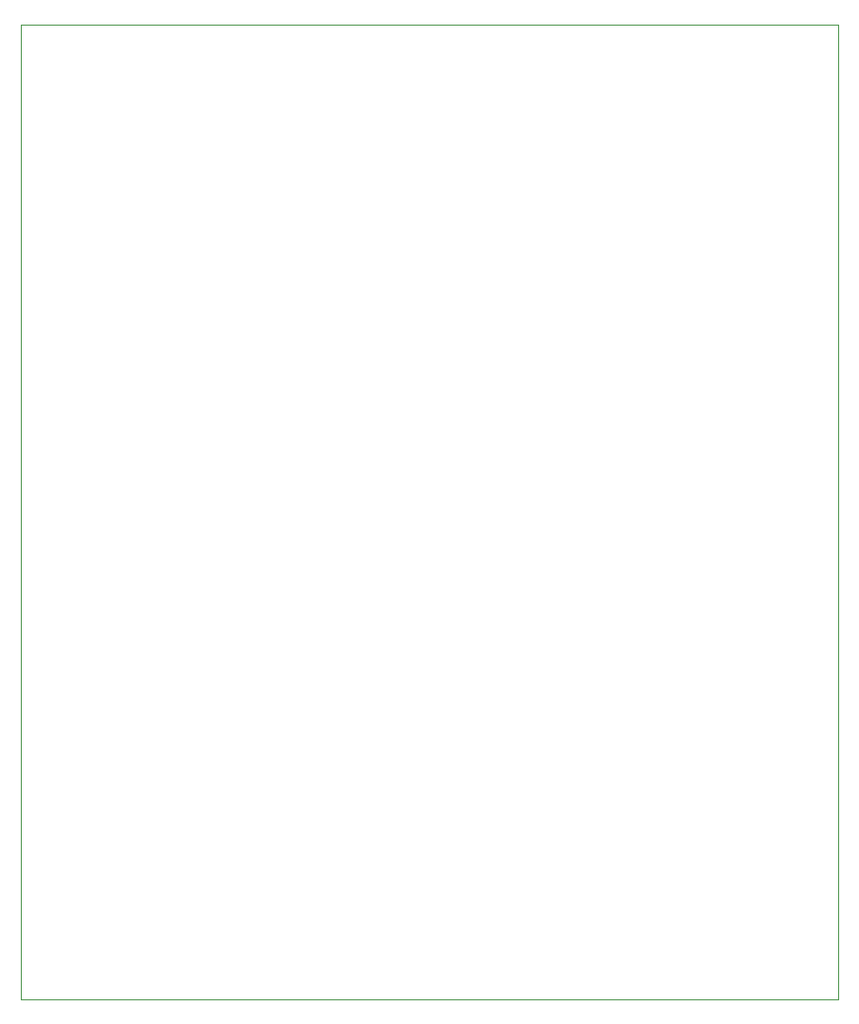
<source format=gbr>
%TF.GenerationSoftware,KiCad,Pcbnew,8.0.8*%
%TF.CreationDate,2025-02-09T20:42:27+01:00*%
%TF.ProjectId,railblock,7261696c-626c-46f6-936b-2e6b69636164,rev?*%
%TF.SameCoordinates,Original*%
%TF.FileFunction,Profile,NP*%
%FSLAX46Y46*%
G04 Gerber Fmt 4.6, Leading zero omitted, Abs format (unit mm)*
G04 Created by KiCad (PCBNEW 8.0.8) date 2025-02-09 20:42:27*
%MOMM*%
%LPD*%
G01*
G04 APERTURE LIST*
%TA.AperFunction,Profile*%
%ADD10C,0.120000*%
%TD*%
G04 APERTURE END LIST*
D10*
X108000000Y-41000000D02*
X181000000Y-41000000D01*
X181000000Y-128000000D01*
X108000000Y-128000000D01*
X108000000Y-41000000D01*
M02*

</source>
